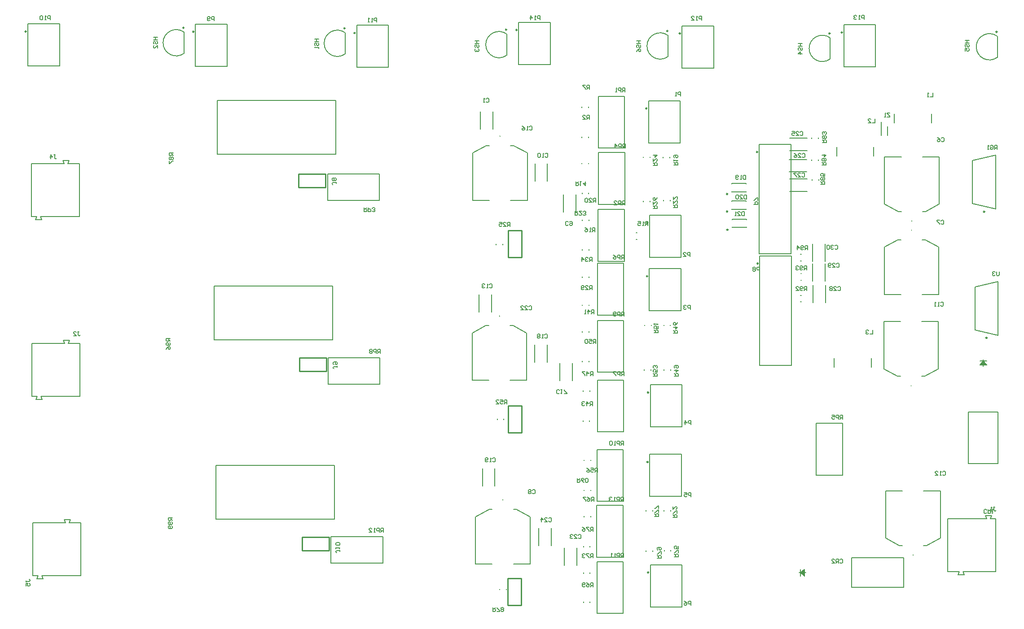
<source format=gbr>
%TF.GenerationSoftware,Altium Limited,Altium Designer,21.6.4 (81)*%
G04 Layer_Color=32896*
%FSLAX45Y45*%
%MOMM*%
%TF.SameCoordinates,8BE20582-AD64-4D08-A95C-E2DB20C1365E*%
%TF.FilePolarity,Positive*%
%TF.FileFunction,Legend,Bot*%
%TF.Part,Single*%
G01*
G75*
%TA.AperFunction,NonConductor*%
%ADD59C,0.25000*%
%ADD60C,0.20000*%
%ADD61C,0.25400*%
%ADD62C,0.15240*%
%ADD63C,0.12700*%
D59*
X19936620Y12735560D02*
G03*
X19936620Y12735560I-12500J0D01*
G01*
X19367281Y13371873D02*
G03*
X19367281Y13371873I-12500J0D01*
G01*
X19362199Y13717313D02*
G03*
X19362199Y13717313I-12500J0D01*
G01*
Y14047513D02*
G03*
X19362199Y14047513I-12500J0D01*
G01*
X17856841Y13505180D02*
G03*
X17856841Y13505180I-12500J0D01*
G01*
X17854300Y12494260D02*
G03*
X17854300Y12494260I-12500J0D01*
G01*
X17872079Y6901180D02*
G03*
X17872079Y6901180I-12500J0D01*
G01*
X17861920Y8986520D02*
G03*
X17861920Y8986520I-12500J0D01*
G01*
X17872079Y10299700D02*
G03*
X17872079Y10299700I-12500J0D01*
G01*
X19926938Y14841220D02*
G03*
X19926938Y14841220I-12500J0D01*
G01*
X9108620Y17186700D02*
G03*
X9108620Y17186700I-12500J0D01*
G01*
X17838580Y15664180D02*
G03*
X17838580Y15664180I-12500J0D01*
G01*
X6134740Y17117059D02*
G03*
X6134740Y17117059I-12500J0D01*
G01*
X9294020Y17111980D02*
G03*
X9294020Y17111980I-12500J0D01*
G01*
X12146460Y17176540D02*
G03*
X12146460Y17176540I-12500J0D01*
G01*
X12336940Y17089120D02*
G03*
X12336940Y17089120I-12500J0D01*
G01*
X15194460Y17151140D02*
G03*
X15194460Y17151140I-12500J0D01*
G01*
X15390021Y17145000D02*
G03*
X15390021Y17145000I-12500J0D01*
G01*
X18234840Y17125740D02*
G03*
X18234840Y17125740I-12500J0D01*
G01*
X21524600Y17099280D02*
G03*
X21524600Y17099280I-12500J0D01*
G01*
X24445140Y17110500D02*
G03*
X24445140Y17110500I-12500J0D01*
G01*
X18471040Y17078960D02*
G03*
X18471040Y17078960I-12500J0D01*
G01*
X21292999Y17080020D02*
G03*
X21292999Y17080020I-12500J0D01*
G01*
X24254260Y11331815D02*
G03*
X24254260Y11331815I-12500J0D01*
G01*
X24209201Y13714336D02*
G03*
X24209201Y13714336I-12500J0D01*
G01*
D60*
X22829520Y13366980D02*
G03*
X22829520Y13356979I0J-5000D01*
G01*
D02*
G03*
X22829520Y13366980I0J5000D01*
G01*
D02*
G03*
X22829520Y13356979I0J-5000D01*
G01*
X15057120Y11747120D02*
G03*
X15057120Y11737120I0J-5000D01*
G01*
D02*
G03*
X15057120Y11747120I0J5000D01*
G01*
D02*
G03*
X15057120Y11737120I0J-5000D01*
G01*
X15067281Y15144980D02*
G03*
X15067281Y15134979I0J-5000D01*
G01*
D02*
G03*
X15067281Y15144980I0J5000D01*
G01*
D02*
G03*
X15067281Y15134979I0J-5000D01*
G01*
X9111120Y17101698D02*
G03*
X9111120Y16705702I-150000J-197998D01*
G01*
X15120621Y8277480D02*
G03*
X15120621Y8267480I0J-5000D01*
G01*
D02*
G03*
X15120621Y8277480I0J5000D01*
G01*
D02*
G03*
X15120621Y8267480I0J-5000D01*
G01*
X12148960Y17091537D02*
G03*
X12148960Y16695541I-150000J-197998D01*
G01*
X15196960Y17066138D02*
G03*
X15196960Y16670142I-150000J-197998D01*
G01*
X18237340Y17040738D02*
G03*
X18237340Y16644742I-150000J-197998D01*
G01*
X24447639Y17025497D02*
G03*
X24447639Y16629501I-150000J-197998D01*
G01*
X21295500Y16995018D02*
G03*
X21295500Y16599022I-150000J-197998D01*
G01*
X22834599Y13531619D02*
G03*
X22834599Y13541620I0J5000D01*
G01*
D02*
G03*
X22834599Y13531619I0J-5000D01*
G01*
D02*
G03*
X22834599Y13541620I0J5000D01*
G01*
X22821899Y10422000D02*
G03*
X22821899Y10432000I0J5000D01*
G01*
D02*
G03*
X22821899Y10422000I0J-5000D01*
G01*
D02*
G03*
X22821899Y10432000I0J5000D01*
G01*
X22857460Y7222920D02*
G03*
X22857460Y7232920I0J5000D01*
G01*
D02*
G03*
X22857460Y7222920I0J-5000D01*
G01*
D02*
G03*
X22857460Y7232920I0J5000D01*
G01*
X19966620Y10813562D02*
X20561620D01*
Y12879558D01*
X19966620D02*
X20561620D01*
X19966620Y10813562D02*
Y12879558D01*
X21078459Y14308182D02*
Y14322699D01*
X20953461Y14308182D02*
Y14322699D01*
X20528072Y14331650D02*
X20858688D01*
X20528072Y14096030D02*
X20858688D01*
X19713406Y13414980D02*
Y13422733D01*
X19443405Y13414980D02*
X19713406D01*
X19443405D02*
Y13422733D01*
X19713406Y13562228D02*
Y13569980D01*
X19443405D02*
X19713406D01*
X19443405Y13562228D02*
Y13569980D01*
X19708327Y13760420D02*
Y13768172D01*
X19438326Y13760420D02*
X19708327D01*
X19438326D02*
Y13768172D01*
X19708327Y13907668D02*
Y13915421D01*
X19438326D02*
X19708327D01*
X19438326Y13907668D02*
Y13915421D01*
X19708327Y14090620D02*
Y14098372D01*
X19438326Y14090620D02*
X19708327D01*
X19438326D02*
Y14098372D01*
X19708327Y14237868D02*
Y14245621D01*
X19438326D02*
X19708327D01*
X19438326Y14237868D02*
Y14245621D01*
X17886836Y12853181D02*
X18481837D01*
Y13649178D01*
X17886836D02*
X18481837D01*
X17886836Y12853181D02*
Y13649178D01*
X17884297Y11842262D02*
X18479298D01*
Y12638258D01*
X17884297D02*
X18479298D01*
X17884297Y11842262D02*
Y12638258D01*
X17798781Y11561496D02*
Y11576014D01*
X17923779Y11561496D02*
Y11576014D01*
X18281918Y11561496D02*
Y11576014D01*
X18156921Y11561496D02*
Y11576014D01*
X17916159Y10716621D02*
Y10731139D01*
X17791161Y10716621D02*
Y10731139D01*
X17902077Y6249182D02*
X18497078D01*
Y7045178D01*
X17902077D02*
X18497078D01*
X17902077Y6249182D02*
Y7045178D01*
X17949179Y7300321D02*
Y7314840D01*
X17824181Y7300321D02*
Y7314840D01*
X17819101Y8059781D02*
Y8074299D01*
X17944099Y8059781D02*
Y8074299D01*
X17891917Y8334522D02*
X18486919D01*
Y9130518D01*
X17891917D02*
X18486919D01*
X17891917Y8334522D02*
Y9130518D01*
X17902077Y9647702D02*
X18497078D01*
Y10443698D01*
X17902077D02*
X18497078D01*
X17902077Y9647702D02*
Y10443698D01*
X18162001Y10717566D02*
Y10732084D01*
X18287000Y10717566D02*
Y10732084D01*
X6397782Y13622401D02*
X6422761Y13562392D01*
X6302761D02*
X6422761D01*
X6302761D02*
X6327739Y13622401D01*
X6822740Y14682410D02*
X6847718Y14622398D01*
X6917761D02*
X6942739Y14682410D01*
X6822740D02*
X6942739D01*
X6232738Y14622398D02*
X6847718D01*
X6917741D02*
X7132742D01*
Y13622401D02*
Y14622398D01*
X6232738Y13622401D02*
Y14622398D01*
Y13622401D02*
X6327739D01*
X6397742D02*
X7132742D01*
X22504918Y15388722D02*
Y15563718D01*
X23204922Y15388722D02*
Y15563718D01*
X20739461Y12546599D02*
X20753979D01*
X20739461Y12421601D02*
X20753979D01*
X20533151Y15103810D02*
X20863768D01*
X20533151Y14868190D02*
X20863768D01*
X20519273Y14699950D02*
X20849890D01*
X20519273Y14464330D02*
X20849890D01*
X20943301Y15093040D02*
Y15107559D01*
X21068298Y15093040D02*
Y15107559D01*
X21073380Y14684100D02*
Y14698619D01*
X20948381Y14684100D02*
Y14698619D01*
X22572020Y13181979D02*
X22629520D01*
X22314520Y13041982D02*
X22572020Y13181979D01*
X22314520Y12151980D02*
Y13041982D01*
Y12151980D02*
X22629520D01*
X23029520D02*
X23344521D01*
Y13041982D01*
X23087019Y13181979D02*
X23344521Y13041982D01*
X23029520Y13181979D02*
X23087019D01*
X19956937Y12919221D02*
Y14985217D01*
X20551938D01*
Y12919221D02*
Y14985217D01*
X19956937Y12919221D02*
X20551938D01*
X22253941Y15155000D02*
Y15410002D01*
X22378938Y15155000D02*
Y15324998D01*
X17635580Y13191222D02*
X17650099D01*
X17635580Y13316219D02*
X17650099D01*
X16737599Y14618060D02*
Y14632579D01*
X16612601Y14618060D02*
Y14632579D01*
X17390958Y6125159D02*
Y7103161D01*
X16894962Y6125159D02*
X17390958D01*
X16894962D02*
Y7103161D01*
X17390958D01*
X23512358Y7916799D02*
X24247359D01*
X24317361D02*
X24412363D01*
Y6916801D02*
Y7916799D01*
X23512358Y6916801D02*
Y7916799D01*
Y6916801D02*
X23727359D01*
X23797382D02*
X24412363D01*
X23702361Y6856791D02*
X23822360D01*
X23702361D02*
X23727339Y6916801D01*
X23797382D02*
X23822360Y6856791D01*
X24317361Y7916799D02*
X24342339Y7976809D01*
X24222339D02*
X24342339D01*
X24222339D02*
X24247318Y7916799D01*
X16518590Y7038132D02*
Y7368748D01*
X16282970Y7038132D02*
Y7368748D01*
X18289539Y7305401D02*
Y7319919D01*
X18164542Y7305401D02*
Y7319919D01*
X18162001Y8062321D02*
Y8076839D01*
X18287000Y8062321D02*
Y8076839D01*
X15063200Y6573881D02*
Y6588400D01*
X15188199Y6573881D02*
Y6588400D01*
X14971730Y8535370D02*
Y8865987D01*
X14736110Y8535370D02*
Y8865987D01*
X16765540Y7384141D02*
Y7398659D01*
X16640541Y7384141D02*
Y7398659D01*
X16650700Y7950561D02*
Y7965079D01*
X16775699Y7950561D02*
Y7965079D01*
X15795290Y7403892D02*
Y7734508D01*
X16030910Y7403892D02*
Y7734508D01*
X16640541Y6332581D02*
Y6347099D01*
X16765540Y6332581D02*
Y6347099D01*
Y6881220D02*
Y6895739D01*
X16640541Y6881220D02*
Y6895739D01*
X16650700Y8444266D02*
Y8458784D01*
X16775699Y8444266D02*
Y8458784D01*
X16655782Y9013226D02*
Y9027744D01*
X16780779Y9013226D02*
Y9027744D01*
X15257120Y11562121D02*
X15314619D01*
X15572121Y11422121D01*
Y10532120D02*
Y11422121D01*
X15257120Y10532120D02*
X15572121D01*
X14542120D02*
X14857120D01*
X14542120D02*
Y11422121D01*
X14799620Y11562121D01*
X14857120D01*
X16429691Y10523012D02*
Y10853628D01*
X16194070Y10523012D02*
Y10853628D01*
X15267281Y14959979D02*
X15324780D01*
X15582280Y14819981D01*
Y13929980D02*
Y14819981D01*
X15267281Y13929980D02*
X15582280D01*
X14552280D02*
X14867281D01*
X14552280D02*
Y14819981D01*
X14809779Y14959979D01*
X14867281D01*
X16498270Y13706993D02*
Y14037610D01*
X16262650Y13706993D02*
Y14037610D01*
X16620221Y11439576D02*
Y11454094D01*
X16745219Y11439576D02*
Y11454094D01*
X16742679Y10880776D02*
Y10895294D01*
X16617680Y10880776D02*
Y10895294D01*
X16760458Y10322921D02*
Y10337439D01*
X16635461Y10322921D02*
Y10337439D01*
X15014941Y9787926D02*
Y9802444D01*
X15139938Y9787926D02*
Y9802444D01*
X15719090Y10869630D02*
Y11200247D01*
X15954710Y10869630D02*
Y11200247D01*
X14910770Y11819590D02*
Y12150207D01*
X14675150Y11819590D02*
Y12150207D01*
X16737599Y15678836D02*
Y15693353D01*
X16612601Y15678836D02*
Y15693353D01*
X16632921Y9753961D02*
Y9768479D01*
X16757919Y9753961D02*
Y9768479D01*
X16905122Y10532161D02*
X17401118D01*
X16905122Y9554159D02*
Y10532161D01*
Y9554159D02*
X17401118D01*
Y10532161D01*
X16617680Y12474301D02*
Y12488819D01*
X16742679Y12474301D02*
Y12488819D01*
X16617680Y11942496D02*
Y11957014D01*
X16742679Y11942496D02*
Y11957014D01*
X16905122Y12736881D02*
X17401118D01*
X16905122Y11758879D02*
Y12736881D01*
Y11758879D02*
X17401118D01*
Y12736881D01*
X16904121Y10681919D02*
X17400117D01*
Y11659921D01*
X16904121D02*
X17400117D01*
X16904121Y10681919D02*
Y11659921D01*
X16894957Y9221521D02*
X17390958D01*
X16894957Y8243519D02*
Y9221521D01*
Y8243519D02*
X17390958D01*
Y9221521D01*
X16889381Y7186879D02*
X17385378D01*
Y8164880D01*
X16889381D02*
X17385378D01*
X16889381Y7186879D02*
Y8164880D01*
X20961650Y12400071D02*
Y12730688D01*
X21197270Y12400071D02*
Y12730688D01*
X20961650Y12773452D02*
Y13104068D01*
X21197270Y12773452D02*
Y13104068D01*
X20734381Y12787361D02*
X20748898D01*
X20734381Y12912360D02*
X20748898D01*
X20736920Y12010121D02*
X20751439D01*
X20736920Y12135119D02*
X20751439D01*
X20971809Y11993671D02*
Y12324288D01*
X21207430Y11993671D02*
Y12324288D01*
X14698010Y15272812D02*
Y15603429D01*
X14933630Y15272812D02*
Y15603429D01*
X16735059Y15110822D02*
Y15125339D01*
X16610062Y15110822D02*
Y15125339D01*
X16742679Y13543642D02*
Y13558159D01*
X16617680Y13543642D02*
Y13558159D01*
X16742679Y12988976D02*
Y13003494D01*
X16617680Y12988976D02*
Y13003494D01*
X17898380Y13901781D02*
Y13916299D01*
X17773381Y13901781D02*
Y13916299D01*
X18279379Y13917021D02*
Y13931538D01*
X18154381Y13917021D02*
Y13931538D01*
X17898380Y14736496D02*
Y14751015D01*
X17773381Y14736496D02*
Y14751015D01*
X18146761Y14732361D02*
Y14746880D01*
X18271759Y14732361D02*
Y14746880D01*
X16740138Y14051640D02*
Y14066159D01*
X16615141Y14051640D02*
Y14066159D01*
X15726711Y14287292D02*
Y14617908D01*
X15962331Y14287292D02*
Y14617908D01*
X14997160Y13088982D02*
Y13103499D01*
X15122159Y13088982D02*
Y13103499D01*
X16926982Y13854379D02*
X17422978D01*
Y14832381D01*
X16926982D02*
X17422978D01*
X16926982Y13854379D02*
Y14832381D01*
X9111122Y16705702D02*
Y17101698D01*
X16920361Y15894101D02*
X17416357D01*
X16920361Y14916100D02*
Y15894101D01*
Y14916100D02*
X17416357D01*
Y15894101D01*
X16917319Y13755421D02*
X17413321D01*
X16917319Y12777419D02*
Y13755421D01*
Y12777419D02*
X17413321D01*
Y13755421D01*
X17868581Y15012183D02*
Y15808179D01*
X18463580D01*
Y15012183D02*
Y15808179D01*
X17868581Y15012183D02*
X18463580D01*
X14863120Y8092481D02*
X14920621D01*
X14605620Y7952481D02*
X14863120Y8092481D01*
X14605620Y7062480D02*
Y7952481D01*
Y7062480D02*
X14920621D01*
X15320621D02*
X15635620D01*
Y7952481D01*
X15378120Y8092481D02*
X15635620Y7952481D01*
X15320621Y8092481D02*
X15378120D01*
X6164737Y16465062D02*
Y17261058D01*
X6759738D01*
Y16465062D02*
Y17261058D01*
X6164737Y16465062D02*
X6759738D01*
X9324020Y16459982D02*
Y17255978D01*
X9919020D01*
Y16459982D02*
Y17255978D01*
X9324020Y16459982D02*
X9919020D01*
X12148962Y16695541D02*
Y17091537D01*
X12366940Y16437122D02*
Y17233118D01*
X12961940D01*
Y16437122D02*
Y17233118D01*
X12366940Y16437122D02*
X12961940D01*
X15196962Y16670142D02*
Y17066138D01*
X15420020Y16493002D02*
Y17288998D01*
X16015021D01*
Y16493002D02*
Y17288998D01*
X15420020Y16493002D02*
X16015021D01*
X18237341Y16644742D02*
Y17040738D01*
X21554597Y16447282D02*
Y17243279D01*
X22149599D01*
Y16447282D02*
Y17243279D01*
X21554597Y16447282D02*
X22149599D01*
X24447643Y16629501D02*
Y17025497D01*
X18501041Y16426962D02*
Y17222958D01*
X19096040D01*
Y16426962D02*
Y17222958D01*
X18501041Y16426962D02*
X19096040D01*
X21295502Y16599022D02*
Y16995018D01*
X22577100Y13716620D02*
X22634599D01*
X22319600Y13856619D02*
X22577100Y13716620D01*
X22319600Y13856619D02*
Y14746620D01*
X22634599D01*
X23034599D02*
X23349600D01*
Y13856619D02*
Y14746620D01*
X23092101Y13716620D02*
X23349600Y13856619D01*
X23034599Y13716620D02*
X23092101D01*
X22564400Y10606999D02*
X22621899D01*
X22306900Y10746999D02*
X22564400Y10606999D01*
X22306900Y10746999D02*
Y11637000D01*
X22621899D01*
X23021899D02*
X23336900D01*
Y10746999D02*
Y11637000D01*
X23079401Y10606999D02*
X23336900Y10746999D01*
X23021899Y10606999D02*
X23079401D01*
X24024260Y11483401D02*
X24459261Y11381816D01*
Y11386815D02*
Y12392665D01*
X24024260Y12296079D02*
X24459261Y12397664D01*
X24024260Y11483401D02*
Y12296079D01*
X22599960Y7407920D02*
X22657460D01*
X22342461Y7547920D02*
X22599960Y7407920D01*
X22342461Y7547920D02*
Y8437921D01*
X22657460D01*
X23057460D02*
X23372459D01*
Y7547920D02*
Y8437921D01*
X23114960Y7407920D02*
X23372459Y7547920D01*
X23057460Y7407920D02*
X23114960D01*
X21029082Y8736279D02*
Y9714281D01*
X21525082D01*
Y8736279D02*
Y9714281D01*
X21029082Y8736279D02*
X21525082D01*
X22069542Y10773542D02*
Y10948538D01*
X21369537Y10773542D02*
Y10948538D01*
X11880799Y7079402D02*
X12858801D01*
X11880799D02*
Y7575403D01*
X12858801D01*
Y7079402D02*
Y7575403D01*
X12802921Y10458099D02*
Y10954101D01*
X11824919D02*
X12802921D01*
X11824919Y10458099D02*
Y10954101D01*
Y10458099D02*
X12802921D01*
X23979201Y13865921D02*
Y14678600D01*
X24414201Y14780183D01*
Y13769334D02*
Y14775185D01*
X23979201Y13865921D02*
X24414201Y13764336D01*
X22115262Y14762801D02*
Y14937796D01*
X21415257Y14762801D02*
Y14937796D01*
X6406159Y10224938D02*
X7141159D01*
X6241161D02*
X6336157D01*
X6241161D02*
Y11224936D01*
X7141159Y10224938D02*
Y11224936D01*
X6926158D02*
X7141159D01*
X6241161D02*
X6856141D01*
X6831157Y11284946D02*
X6951157D01*
X6926179Y11224936D02*
X6951157Y11284946D01*
X6831157D02*
X6856141Y11224936D01*
X6311179Y10164928D02*
X6336157Y10224938D01*
X6311179Y10164928D02*
X6431178D01*
X6406200Y10224938D02*
X6431178Y10164928D01*
X6423142Y6838061D02*
X7158142D01*
X6258138D02*
X6353139D01*
X6258138D02*
Y7838059D01*
X7158142Y6838061D02*
Y7838059D01*
X6943141D02*
X7158142D01*
X6258138D02*
X6873118D01*
X6848140Y7898069D02*
X6968139D01*
X6943161Y7838059D02*
X6968139Y7898069D01*
X6848140D02*
X6873118Y7838059D01*
X6328161Y6778051D02*
X6353139Y6838061D01*
X6328161Y6778051D02*
X6448161D01*
X6423182Y6838061D02*
X6448161Y6778051D01*
X11814759Y13927242D02*
X12792761D01*
X11814759D02*
Y14423244D01*
X12792761D01*
Y13927242D02*
Y14423244D01*
D61*
X15466060Y6281420D02*
Y6789420D01*
X15212061Y6281420D02*
X15466060D01*
X15212061D02*
Y6789420D01*
X15466060D01*
X15473680Y9538782D02*
Y10046782D01*
X15219679Y9538782D02*
X15473680D01*
X15219679D02*
Y10046782D01*
X15473680D01*
X15219679Y13356403D02*
X15473680D01*
X15219679Y12848402D02*
Y13356403D01*
Y12848402D02*
X15473680D01*
Y13356403D01*
X11691620Y7571740D02*
X11844020D01*
X11336020D02*
X11488420D01*
X11336020Y7317740D02*
X11844020D01*
Y7571740D01*
X11488420D02*
X11691620D01*
X11336020Y7317740D02*
Y7571740D01*
X11639738Y10952480D02*
X11792138D01*
X11284138D02*
X11436538D01*
X11284138Y10698480D02*
X11792138D01*
Y10952480D01*
X11436538D02*
X11639738D01*
X11284138Y10698480D02*
Y10952480D01*
X11620500Y14427200D02*
X11772900D01*
X11264900D02*
X11417300D01*
X11264900Y14173199D02*
X11772900D01*
Y14427200D01*
X11417300D02*
X11620500D01*
X11264900Y14173199D02*
Y14427200D01*
D62*
X11968480Y14795500D02*
Y15811501D01*
X9733280D02*
X11968480D01*
X9733280Y14795500D02*
Y15811501D01*
Y14795500D02*
X11968480D01*
X9674860Y11290300D02*
X11910060D01*
X9674860D02*
Y12306300D01*
X11910060D01*
Y11290300D02*
Y12306300D01*
X24180800Y10792460D02*
Y10919460D01*
X24117300Y10894060D02*
X24244299D01*
X24117300Y10817860D02*
X24180800Y10894060D01*
X24130000Y10817860D02*
X24180800Y10894060D01*
X24142700Y10817860D02*
X24180800Y10894060D01*
X24155400Y10817860D02*
X24180800Y10894060D01*
X24168100Y10817860D02*
X24180800Y10894060D01*
X24244299Y10817860D01*
X24180800Y10894060D02*
X24231599Y10817860D01*
X24180800Y10894060D02*
X24218900Y10817860D01*
X24180800Y10894060D02*
X24206200Y10817860D01*
X24180800Y10894060D02*
X24193500Y10817860D01*
X24117300D02*
X24244299D01*
X24458929Y8953500D02*
Y9928860D01*
X23902670Y8953500D02*
X24458929D01*
X23902670D02*
Y9928860D01*
X24458929D01*
X20711160Y6898640D02*
X20838161D01*
X20736560Y6835140D02*
Y6962140D01*
Y6898640D02*
X20812759Y6835140D01*
X20736560Y6898640D02*
X20812759Y6847840D01*
X20736560Y6898640D02*
X20812759Y6860540D01*
X20736560Y6898640D02*
X20812759Y6873240D01*
X20736560Y6898640D02*
X20812759Y6885940D01*
X20736560Y6898640D02*
X20812759Y6962140D01*
X20736560Y6898640D02*
X20812759Y6949440D01*
X20736560Y6898640D02*
X20812759Y6936740D01*
X20736560Y6898640D02*
X20812759Y6924040D01*
X20736560Y6898640D02*
X20812759Y6911340D01*
Y6835140D02*
Y6962140D01*
X21701759Y7176770D02*
X22677119D01*
Y6620510D02*
Y7176770D01*
X21701759Y6620510D02*
X22677119D01*
X21701759D02*
Y7176770D01*
X9712960Y7909560D02*
X11948160D01*
X9712960D02*
Y8925560D01*
X11948160D01*
Y7909560D02*
Y8925560D01*
D63*
X21117572Y14234193D02*
X21193748D01*
Y14272281D01*
X21181052Y14284978D01*
X21155659D01*
X21142964Y14272281D01*
Y14234193D01*
Y14259586D02*
X21117572Y14284978D01*
X21181052Y14310368D02*
X21193748Y14323064D01*
Y14348456D01*
X21181052Y14361153D01*
X21168356D01*
X21155659Y14348456D01*
X21142964Y14361153D01*
X21130267D01*
X21117572Y14348456D01*
Y14323064D01*
X21130267Y14310368D01*
X21142964D01*
X21155659Y14323064D01*
X21168356Y14310368D01*
X21181052D01*
X21155659Y14323064D02*
Y14348456D01*
X21193748Y14437328D02*
Y14386543D01*
X21155659D01*
X21168356Y14411935D01*
Y14424632D01*
X21155659Y14437328D01*
X21130267D01*
X21117572Y14424632D01*
Y14399240D01*
X21130267Y14386543D01*
X8846832Y11315733D02*
X8770657D01*
Y11277645D01*
X8783353Y11264949D01*
X8808744D01*
X8821440Y11277645D01*
Y11315733D01*
Y11290341D02*
X8846832Y11264949D01*
X8834136Y11239557D02*
X8846832Y11226861D01*
Y11201470D01*
X8834136Y11188774D01*
X8783353D01*
X8770657Y11201470D01*
Y11226861D01*
X8783353Y11239557D01*
X8796049D01*
X8808744Y11226861D01*
Y11188774D01*
X8770657Y11112599D02*
X8783353Y11137990D01*
X8808744Y11163382D01*
X8834136D01*
X8846832Y11150686D01*
Y11125294D01*
X8834136Y11112599D01*
X8821440D01*
X8808744Y11125294D01*
Y11163382D01*
X22420580Y15577795D02*
X22369797D01*
Y15565099D01*
X22420580Y15514316D01*
Y15501620D01*
X22369797D01*
X22344405D02*
X22319012D01*
X22331709D01*
Y15577795D01*
X22344405Y15565099D01*
X16756401Y16026442D02*
Y16102618D01*
X16718314D01*
X16705617Y16089922D01*
Y16064529D01*
X16718314Y16051834D01*
X16756401D01*
X16731009D02*
X16705617Y16026442D01*
X16680225Y16102618D02*
X16629442D01*
Y16089922D01*
X16680225Y16039137D01*
Y16026442D01*
X24371317Y8138135D02*
X24396709D01*
X24384012D01*
Y8074656D01*
X24396709Y8061960D01*
X24409404D01*
X24422099Y8074656D01*
X24345924Y8061960D02*
X24320534D01*
X24333229D01*
Y8138135D01*
X24345924Y8125439D01*
X15623557Y15316179D02*
X15636252Y15328876D01*
X15661644D01*
X15674339Y15316179D01*
Y15265396D01*
X15661644Y15252699D01*
X15636252D01*
X15623557Y15265396D01*
X15598164Y15252699D02*
X15572774D01*
X15585469D01*
Y15328876D01*
X15598164Y15316179D01*
X15483902Y15328876D02*
X15509293Y15316179D01*
X15534685Y15290788D01*
Y15265396D01*
X15521989Y15252699D01*
X15496597D01*
X15483902Y15265396D01*
Y15278091D01*
X15496597Y15290788D01*
X15534685D01*
X21478223Y7137392D02*
X21490919Y7150088D01*
X21516312D01*
X21529007Y7137392D01*
Y7086608D01*
X21516312Y7073912D01*
X21490919D01*
X21478223Y7086608D01*
X21452832Y7073912D02*
Y7150088D01*
X21414745D01*
X21402048Y7137392D01*
Y7112000D01*
X21414745Y7099304D01*
X21452832D01*
X21427440D02*
X21402048Y7073912D01*
X21325873D02*
X21376656D01*
X21325873Y7124696D01*
Y7137392D01*
X21338568Y7150088D01*
X21363960D01*
X21376656Y7137392D01*
X19720528Y14030948D02*
Y13954771D01*
X19682439D01*
X19669743Y13967468D01*
Y14018253D01*
X19682439Y14030948D01*
X19720528D01*
X19593568Y13954771D02*
X19644353D01*
X19593568Y14005556D01*
Y14018253D01*
X19606264Y14030948D01*
X19631656D01*
X19644353Y14018253D01*
X19568176D02*
X19555479Y14030948D01*
X19530087D01*
X19517393Y14018253D01*
Y13967468D01*
X19530087Y13954771D01*
X19555479D01*
X19568176Y13967468D01*
Y14018253D01*
X19704019Y14404327D02*
Y14328152D01*
X19665932D01*
X19653236Y14340848D01*
Y14391632D01*
X19665932Y14404327D01*
X19704019D01*
X19627844Y14328152D02*
X19602452D01*
X19615147D01*
Y14404327D01*
X19627844Y14391632D01*
X19564365Y14340848D02*
X19551668Y14328152D01*
X19526276D01*
X19513580Y14340848D01*
Y14391632D01*
X19526276Y14404327D01*
X19551668D01*
X19564365Y14391632D01*
Y14378935D01*
X19551668Y14366240D01*
X19513580D01*
X17399001Y9304020D02*
Y9380195D01*
X17360912D01*
X17348216Y9367499D01*
Y9342108D01*
X17360912Y9329412D01*
X17399001D01*
X17373608D02*
X17348216Y9304020D01*
X17322826D02*
Y9380195D01*
X17284737D01*
X17272041Y9367499D01*
Y9342108D01*
X17284737Y9329412D01*
X17322826D01*
X17246649Y9304020D02*
X17221257D01*
X17233952D01*
Y9380195D01*
X17246649Y9367499D01*
X17183170D02*
X17170474Y9380195D01*
X17145082D01*
X17132385Y9367499D01*
Y9316716D01*
X17145082Y9304020D01*
X17170474D01*
X17183170Y9316716D01*
Y9367499D01*
X17406619Y11742420D02*
Y11818595D01*
X17368532D01*
X17355836Y11805899D01*
Y11780508D01*
X17368532Y11767812D01*
X17406619D01*
X17381229D02*
X17355836Y11742420D01*
X17330444D02*
Y11818595D01*
X17292357D01*
X17279662Y11805899D01*
Y11780508D01*
X17292357Y11767812D01*
X17330444D01*
X17254269Y11755116D02*
X17241573Y11742420D01*
X17216180D01*
X17203487Y11755116D01*
Y11805899D01*
X17216180Y11818595D01*
X17241573D01*
X17254269Y11805899D01*
Y11793203D01*
X17241573Y11780508D01*
X17203487D01*
X17409160Y10614660D02*
Y10690835D01*
X17371072D01*
X17358377Y10678139D01*
Y10652748D01*
X17371072Y10640052D01*
X17409160D01*
X17383768D02*
X17358377Y10614660D01*
X17332985D02*
Y10690835D01*
X17294897D01*
X17282201Y10678139D01*
Y10652748D01*
X17294897Y10640052D01*
X17332985D01*
X17256808Y10690835D02*
X17206026D01*
Y10678139D01*
X17256808Y10627356D01*
Y10614660D01*
X17409160Y12819380D02*
Y12895555D01*
X17371072D01*
X17358377Y12882858D01*
Y12857468D01*
X17371072Y12844772D01*
X17409160D01*
X17383768D02*
X17358377Y12819380D01*
X17332985D02*
Y12895555D01*
X17294897D01*
X17282201Y12882858D01*
Y12857468D01*
X17294897Y12844772D01*
X17332985D01*
X17206026Y12895555D02*
X17231416Y12882858D01*
X17256808Y12857468D01*
Y12832076D01*
X17244113Y12819380D01*
X17218721D01*
X17206026Y12832076D01*
Y12844772D01*
X17218721Y12857468D01*
X17256808D01*
X17429480Y14914880D02*
Y14991055D01*
X17391393D01*
X17378697Y14978358D01*
Y14952968D01*
X17391393Y14940273D01*
X17429480D01*
X17404088D02*
X17378697Y14914880D01*
X17353305D02*
Y14991055D01*
X17315218D01*
X17302521Y14978358D01*
Y14952968D01*
X17315218Y14940273D01*
X17353305D01*
X17239041Y14914880D02*
Y14991055D01*
X17277129Y14952968D01*
X17226346D01*
X17421860Y13837920D02*
Y13914095D01*
X17383772D01*
X17371077Y13901399D01*
Y13876009D01*
X17383772Y13863312D01*
X17421860D01*
X17396468D02*
X17371077Y13837920D01*
X17345685D02*
Y13914095D01*
X17307597D01*
X17294901Y13901399D01*
Y13876009D01*
X17307597Y13863312D01*
X17345685D01*
X17218726Y13837920D02*
X17269508D01*
X17218726Y13888702D01*
Y13901399D01*
X17231421Y13914095D01*
X17256813D01*
X17269508Y13901399D01*
X17424400Y15976601D02*
Y16052776D01*
X17386311D01*
X17373618Y16040079D01*
Y16014688D01*
X17386311Y16001991D01*
X17424400D01*
X17399008D02*
X17373618Y15976601D01*
X17348225D02*
Y16052776D01*
X17310136D01*
X17297441Y16040079D01*
Y16014688D01*
X17310136Y16001991D01*
X17348225D01*
X17272049Y15976601D02*
X17246657D01*
X17259354D01*
Y16052776D01*
X17272049Y16040079D01*
X18028932Y7170453D02*
X18105109D01*
Y7208541D01*
X18092412Y7221237D01*
X18067020D01*
X18054324Y7208541D01*
Y7170453D01*
Y7195845D02*
X18028932Y7221237D01*
X18105109Y7246628D02*
Y7297412D01*
X18092412D01*
X18041628Y7246628D01*
X18028932D01*
X18041628Y7322804D02*
X18028932Y7335500D01*
Y7360892D01*
X18041628Y7373587D01*
X18092412D01*
X18105109Y7360892D01*
Y7335500D01*
X18092412Y7322804D01*
X18079716D01*
X18067020Y7335500D01*
Y7373587D01*
X16824960Y7680960D02*
Y7757135D01*
X16786871D01*
X16774178Y7744439D01*
Y7719048D01*
X16786871Y7706352D01*
X16824960D01*
X16799568D02*
X16774178Y7680960D01*
X16748785Y7757135D02*
X16698001D01*
Y7744439D01*
X16748785Y7693656D01*
Y7680960D01*
X16621826Y7757135D02*
X16647217Y7744439D01*
X16672609Y7719048D01*
Y7693656D01*
X16659914Y7680960D01*
X16634521D01*
X16621826Y7693656D01*
Y7706352D01*
X16634521Y7719048D01*
X16672609D01*
X18354053Y7195853D02*
X18430228D01*
Y7233941D01*
X18417532Y7246637D01*
X18392140D01*
X18379443Y7233941D01*
Y7195853D01*
Y7221245D02*
X18354053Y7246637D01*
X18430228Y7272028D02*
Y7322812D01*
X18417532D01*
X18366748Y7272028D01*
X18354053D01*
X18430228Y7398987D02*
Y7348204D01*
X18392140D01*
X18404836Y7373596D01*
Y7386292D01*
X18392140Y7398987D01*
X18366748D01*
X18354053Y7386292D01*
Y7360900D01*
X18366748Y7348204D01*
X16824960Y7178040D02*
Y7254215D01*
X16786871D01*
X16774178Y7241519D01*
Y7216128D01*
X16786871Y7203432D01*
X16824960D01*
X16799568D02*
X16774178Y7178040D01*
X16748785Y7254215D02*
X16698001D01*
Y7241519D01*
X16748785Y7190736D01*
Y7178040D01*
X16672609Y7241519D02*
X16659914Y7254215D01*
X16634521D01*
X16621826Y7241519D01*
Y7228823D01*
X16634521Y7216128D01*
X16647217D01*
X16634521D01*
X16621826Y7203432D01*
Y7190736D01*
X16634521Y7178040D01*
X16659914D01*
X16672609Y7190736D01*
X18326112Y7942613D02*
X18402287D01*
Y7980701D01*
X18389592Y7993397D01*
X18364200D01*
X18351505Y7980701D01*
Y7942613D01*
Y7968005D02*
X18326112Y7993397D01*
X18402287Y8018788D02*
Y8069572D01*
X18389592D01*
X18338808Y8018788D01*
X18326112D01*
Y8145747D02*
Y8094964D01*
X18376897Y8145747D01*
X18389592D01*
X18402287Y8133052D01*
Y8107660D01*
X18389592Y8094964D01*
X16824960Y6629400D02*
Y6705575D01*
X16786871D01*
X16774178Y6692879D01*
Y6667488D01*
X16786871Y6654792D01*
X16824960D01*
X16799568D02*
X16774178Y6629400D01*
X16698001Y6705575D02*
X16723393Y6692879D01*
X16748785Y6667488D01*
Y6642096D01*
X16736089Y6629400D01*
X16710696D01*
X16698001Y6642096D01*
Y6654792D01*
X16710696Y6667488D01*
X16748785D01*
X16672609Y6642096D02*
X16659914Y6629400D01*
X16634521D01*
X16621826Y6642096D01*
Y6692879D01*
X16634521Y6705575D01*
X16659914D01*
X16672609Y6692879D01*
Y6680183D01*
X16659914Y6667488D01*
X16621826D01*
X16835120Y8247380D02*
Y8323555D01*
X16797032D01*
X16784337Y8310859D01*
Y8285468D01*
X16797032Y8272772D01*
X16835120D01*
X16809727D02*
X16784337Y8247380D01*
X16708160Y8323555D02*
X16733553Y8310859D01*
X16758945Y8285468D01*
Y8260076D01*
X16746249Y8247380D01*
X16720857D01*
X16708160Y8260076D01*
Y8272772D01*
X16720857Y8285468D01*
X16758945D01*
X16682768Y8323555D02*
X16631985D01*
Y8310859D01*
X16682768Y8260076D01*
Y8247380D01*
X16875793Y13891248D02*
Y13967422D01*
X16837704D01*
X16825009Y13954727D01*
Y13929337D01*
X16837704Y13916640D01*
X16875793D01*
X16850401D02*
X16825009Y13891248D01*
X16748834D02*
X16799617D01*
X16748834Y13942030D01*
Y13954727D01*
X16761530Y13967422D01*
X16786922D01*
X16799617Y13954727D01*
X16723442D02*
X16710745Y13967422D01*
X16685355D01*
X16672659Y13954727D01*
Y13903944D01*
X16685355Y13891248D01*
X16710745D01*
X16723442Y13903944D01*
Y13954727D01*
X17856200Y13451840D02*
Y13528015D01*
X17818112D01*
X17805417Y13515318D01*
Y13489928D01*
X17818112Y13477232D01*
X17856200D01*
X17830807D02*
X17805417Y13451840D01*
X17780025D02*
X17754633D01*
X17767329D01*
Y13528015D01*
X17780025Y13515318D01*
X17665762Y13528015D02*
X17716545D01*
Y13489928D01*
X17691153Y13502623D01*
X17678458D01*
X17665762Y13489928D01*
Y13464536D01*
X17678458Y13451840D01*
X17703848D01*
X17716545Y13464536D01*
X18663899Y6281432D02*
Y6357608D01*
X18625812D01*
X18613116Y6344912D01*
Y6319520D01*
X18625812Y6306824D01*
X18663899D01*
X18536942Y6357608D02*
X18562332Y6344912D01*
X18587724Y6319520D01*
Y6294128D01*
X18575027Y6281432D01*
X18549635D01*
X18536942Y6294128D01*
Y6306824D01*
X18549635Y6319520D01*
X18587724D01*
X19677351Y13710909D02*
Y13634732D01*
X19639262D01*
X19626569Y13647427D01*
Y13698212D01*
X19639262Y13710909D01*
X19677351D01*
X19550392Y13634732D02*
X19601176D01*
X19550392Y13685516D01*
Y13698212D01*
X19563087Y13710909D01*
X19588480D01*
X19601176Y13698212D01*
X19525002Y13634732D02*
X19499609D01*
X19512305D01*
Y13710909D01*
X19525002Y13698212D01*
X17393919Y8247380D02*
Y8323555D01*
X17355832D01*
X17343137Y8310859D01*
Y8285468D01*
X17355832Y8272772D01*
X17393919D01*
X17368529D02*
X17343137Y8247380D01*
X17317744D02*
Y8323555D01*
X17279657D01*
X17266962Y8310859D01*
Y8285468D01*
X17279657Y8272772D01*
X17317744D01*
X17241570Y8247380D02*
X17216177D01*
X17228873D01*
Y8323555D01*
X17241570Y8310859D01*
X17178090D02*
X17165395Y8323555D01*
X17140002D01*
X17127306Y8310859D01*
Y8298163D01*
X17140002Y8285468D01*
X17152698D01*
X17140002D01*
X17127306Y8272772D01*
Y8260076D01*
X17140002Y8247380D01*
X17165395D01*
X17178090Y8260076D01*
X17399001Y7185660D02*
Y7261835D01*
X17360912D01*
X17348216Y7249139D01*
Y7223748D01*
X17360912Y7211052D01*
X17399001D01*
X17373608D02*
X17348216Y7185660D01*
X17322826D02*
Y7261835D01*
X17284737D01*
X17272041Y7249139D01*
Y7223748D01*
X17284737Y7211052D01*
X17322826D01*
X17246649Y7185660D02*
X17221257D01*
X17233952D01*
Y7261835D01*
X17246649Y7249139D01*
X17183170Y7185660D02*
X17157777D01*
X17170474D01*
Y7261835D01*
X17183170Y7249139D01*
X20866068Y12994652D02*
Y13070828D01*
X20827979D01*
X20815283Y13058131D01*
Y13032739D01*
X20827979Y13020044D01*
X20866068D01*
X20840675D02*
X20815283Y12994652D01*
X20789893Y13007349D02*
X20777196Y12994652D01*
X20751804D01*
X20739108Y13007349D01*
Y13058131D01*
X20751804Y13070828D01*
X20777196D01*
X20789893Y13058131D01*
Y13045436D01*
X20777196Y13032739D01*
X20739108D01*
X20675629Y12994652D02*
Y13070828D01*
X20713716Y13032739D01*
X20662933D01*
X20848286Y12611112D02*
Y12687288D01*
X20810199D01*
X20797504Y12674592D01*
Y12649200D01*
X20810199Y12636504D01*
X20848286D01*
X20822894D02*
X20797504Y12611112D01*
X20772112Y12623808D02*
X20759416Y12611112D01*
X20734024D01*
X20721329Y12623808D01*
Y12674592D01*
X20734024Y12687288D01*
X20759416D01*
X20772112Y12674592D01*
Y12661896D01*
X20759416Y12649200D01*
X20721329D01*
X20695937Y12674592D02*
X20683240Y12687288D01*
X20657848D01*
X20645152Y12674592D01*
Y12661896D01*
X20657848Y12649200D01*
X20670544D01*
X20657848D01*
X20645152Y12636504D01*
Y12623808D01*
X20657848Y12611112D01*
X20683240D01*
X20695937Y12623808D01*
X20853368Y12222492D02*
Y12298668D01*
X20815279D01*
X20802583Y12285972D01*
Y12260580D01*
X20815279Y12247884D01*
X20853368D01*
X20827975D02*
X20802583Y12222492D01*
X20777193Y12235188D02*
X20764496Y12222492D01*
X20739104D01*
X20726408Y12235188D01*
Y12285972D01*
X20739104Y12298668D01*
X20764496D01*
X20777193Y12285972D01*
Y12273276D01*
X20764496Y12260580D01*
X20726408D01*
X20650233Y12222492D02*
X20701016D01*
X20650233Y12273276D01*
Y12285972D01*
X20662927Y12298668D01*
X20688319D01*
X20701016Y12285972D01*
X21140433Y14592332D02*
X21216608D01*
Y14630421D01*
X21203912Y14643117D01*
X21178520D01*
X21165823Y14630421D01*
Y14592332D01*
Y14617725D02*
X21140433Y14643117D01*
X21203912Y14668507D02*
X21216608Y14681204D01*
Y14706596D01*
X21203912Y14719292D01*
X21191216D01*
X21178520Y14706596D01*
X21165823Y14719292D01*
X21153128D01*
X21140433Y14706596D01*
Y14681204D01*
X21153128Y14668507D01*
X21165823D01*
X21178520Y14681204D01*
X21191216Y14668507D01*
X21203912D01*
X21178520Y14681204D02*
Y14706596D01*
X21140433Y14782771D02*
X21216608D01*
X21178520Y14744684D01*
Y14795467D01*
X21145512Y15021593D02*
X21221687D01*
Y15059682D01*
X21208992Y15072377D01*
X21183600D01*
X21170905Y15059682D01*
Y15021593D01*
Y15046985D02*
X21145512Y15072377D01*
X21208992Y15097768D02*
X21221687Y15110464D01*
Y15135857D01*
X21208992Y15148552D01*
X21196297D01*
X21183600Y15135857D01*
X21170905Y15148552D01*
X21158208D01*
X21145512Y15135857D01*
Y15110464D01*
X21158208Y15097768D01*
X21170905D01*
X21183600Y15110464D01*
X21196297Y15097768D01*
X21208992D01*
X21183600Y15110464D02*
Y15135857D01*
X21208992Y15173944D02*
X21221687Y15186639D01*
Y15212032D01*
X21208992Y15224727D01*
X21196297D01*
X21183600Y15212032D01*
Y15199336D01*
Y15212032D01*
X21170905Y15224727D01*
X21158208D01*
X21145512Y15212032D01*
Y15186639D01*
X21158208Y15173944D01*
X14930087Y6240792D02*
Y6164617D01*
X14968175D01*
X14980872Y6177313D01*
Y6202704D01*
X14968175Y6215400D01*
X14930087D01*
X14955479D02*
X14980872Y6240792D01*
X15006264Y6164617D02*
X15057047D01*
Y6177313D01*
X15006264Y6228096D01*
Y6240792D01*
X15082439Y6177313D02*
X15095134Y6164617D01*
X15120526D01*
X15133221Y6177313D01*
Y6190009D01*
X15120526Y6202704D01*
X15133221Y6215400D01*
Y6228096D01*
X15120526Y6240792D01*
X15095134D01*
X15082439Y6228096D01*
Y6215400D01*
X15095134Y6202704D01*
X15082439Y6190009D01*
Y6177313D01*
X15095134Y6202704D02*
X15120526D01*
X17985751Y7960393D02*
X18061928D01*
Y7998481D01*
X18049232Y8011177D01*
X18023840D01*
X18011143Y7998481D01*
Y7960393D01*
Y7985785D02*
X17985751Y8011177D01*
X18061928Y8036568D02*
Y8087352D01*
X18049232D01*
X17998448Y8036568D01*
X17985751D01*
X18061928Y8112744D02*
Y8163527D01*
X18049232D01*
X17998448Y8112744D01*
X17985751D01*
X16522667Y8681082D02*
Y8604907D01*
X16560754D01*
X16573451Y8617603D01*
Y8642994D01*
X16560754Y8655690D01*
X16522667D01*
X16548059D02*
X16573451Y8681082D01*
X16649626Y8604907D02*
X16624234Y8617603D01*
X16598843Y8642994D01*
Y8668386D01*
X16611539Y8681082D01*
X16636929D01*
X16649626Y8668386D01*
Y8655690D01*
X16636929Y8642994D01*
X16598843D01*
X16675018Y8617603D02*
X16687714Y8604907D01*
X16713106D01*
X16725801Y8617603D01*
Y8668386D01*
X16713106Y8681082D01*
X16687714D01*
X16675018Y8668386D01*
Y8617603D01*
X16908813Y8791873D02*
Y8868048D01*
X16870724D01*
X16858029Y8855352D01*
Y8829960D01*
X16870724Y8817265D01*
X16908813D01*
X16883421D02*
X16858029Y8791873D01*
X16781854Y8868048D02*
X16832637D01*
Y8829960D01*
X16807246Y8842656D01*
X16794550D01*
X16781854Y8829960D01*
Y8804569D01*
X16794550Y8791873D01*
X16819942D01*
X16832637Y8804569D01*
X16705679Y8868048D02*
X16731070Y8855352D01*
X16756462Y8829960D01*
Y8804569D01*
X16743765Y8791873D01*
X16718375D01*
X16705679Y8804569D01*
Y8817265D01*
X16718375Y8829960D01*
X16756462D01*
X17957812Y10604533D02*
X18033987D01*
Y10642621D01*
X18021292Y10655317D01*
X17995900D01*
X17983205Y10642621D01*
Y10604533D01*
Y10629925D02*
X17957812Y10655317D01*
X18033987Y10731492D02*
Y10680708D01*
X17995900D01*
X18008595Y10706100D01*
Y10718796D01*
X17995900Y10731492D01*
X17970508D01*
X17957812Y10718796D01*
Y10693404D01*
X17970508Y10680708D01*
X18021292Y10756884D02*
X18033987Y10769580D01*
Y10794972D01*
X18021292Y10807667D01*
X18008595D01*
X17995900Y10794972D01*
Y10782276D01*
Y10794972D01*
X17983205Y10807667D01*
X17970508D01*
X17957812Y10794972D01*
Y10769580D01*
X17970508Y10756884D01*
X15199361Y10083800D02*
Y10159975D01*
X15161272D01*
X15148576Y10147279D01*
Y10121888D01*
X15161272Y10109192D01*
X15199361D01*
X15173969D02*
X15148576Y10083800D01*
X15072401Y10159975D02*
X15123186D01*
Y10121888D01*
X15097794Y10134583D01*
X15085097D01*
X15072401Y10121888D01*
Y10096496D01*
X15085097Y10083800D01*
X15110489D01*
X15123186Y10096496D01*
X14996227Y10083800D02*
X15047009D01*
X14996227Y10134583D01*
Y10147279D01*
X15008920Y10159975D01*
X15034312D01*
X15047009Y10147279D01*
X17973051Y11427488D02*
X18049228D01*
Y11465576D01*
X18036533Y11478272D01*
X18011140D01*
X17998444Y11465576D01*
Y11427488D01*
Y11452880D02*
X17973051Y11478272D01*
X18049228Y11554447D02*
Y11503664D01*
X18011140D01*
X18023836Y11529056D01*
Y11541752D01*
X18011140Y11554447D01*
X17985748D01*
X17973051Y11541752D01*
Y11516360D01*
X17985748Y11503664D01*
X17973051Y11579839D02*
Y11605231D01*
Y11592535D01*
X18049228D01*
X18036533Y11579839D01*
X16875793Y11228382D02*
Y11304558D01*
X16837704D01*
X16825009Y11291862D01*
Y11266470D01*
X16837704Y11253774D01*
X16875793D01*
X16850401D02*
X16825009Y11228382D01*
X16748834Y11304558D02*
X16799617D01*
Y11266470D01*
X16774226Y11279166D01*
X16761530D01*
X16748834Y11266470D01*
Y11241078D01*
X16761530Y11228382D01*
X16786922D01*
X16799617Y11241078D01*
X16723442Y11291862D02*
X16710745Y11304558D01*
X16685355D01*
X16672659Y11291862D01*
Y11241078D01*
X16685355Y11228382D01*
X16710745D01*
X16723442Y11241078D01*
Y11291862D01*
X18354053Y10607073D02*
X18430228D01*
Y10645161D01*
X18417532Y10657857D01*
X18392140D01*
X18379443Y10645161D01*
Y10607073D01*
Y10632465D02*
X18354053Y10657857D01*
Y10721336D02*
X18430228D01*
X18392140Y10683248D01*
Y10734032D01*
X18366748Y10759424D02*
X18354053Y10772120D01*
Y10797512D01*
X18366748Y10810207D01*
X18417532D01*
X18430228Y10797512D01*
Y10772120D01*
X18417532Y10759424D01*
X18404836D01*
X18392140Y10772120D01*
Y10810207D01*
X16819881Y10619740D02*
Y10695915D01*
X16781792D01*
X16769096Y10683219D01*
Y10657828D01*
X16781792Y10645132D01*
X16819881D01*
X16794489D02*
X16769096Y10619740D01*
X16705617D02*
Y10695915D01*
X16743706Y10657828D01*
X16692921D01*
X16667529Y10695915D02*
X16616747D01*
Y10683219D01*
X16667529Y10632436D01*
Y10619740D01*
X18341351Y11417333D02*
X18417528D01*
Y11455421D01*
X18404832Y11468117D01*
X18379440D01*
X18366743Y11455421D01*
Y11417333D01*
Y11442725D02*
X18341351Y11468117D01*
Y11531596D02*
X18417528D01*
X18379440Y11493508D01*
Y11544292D01*
X18417528Y11620467D02*
X18404832Y11595076D01*
X18379440Y11569684D01*
X18354048D01*
X18341351Y11582380D01*
Y11607772D01*
X18354048Y11620467D01*
X18366743D01*
X18379440Y11607772D01*
Y11569684D01*
X16817340Y10050780D02*
Y10126955D01*
X16779253D01*
X16766557Y10114259D01*
Y10088868D01*
X16779253Y10076172D01*
X16817340D01*
X16791948D02*
X16766557Y10050780D01*
X16703078D02*
Y10126955D01*
X16741165Y10088868D01*
X16690381D01*
X16664989Y10114259D02*
X16652293Y10126955D01*
X16626901D01*
X16614206Y10114259D01*
Y10101563D01*
X16626901Y10088868D01*
X16639597D01*
X16626901D01*
X16614206Y10076172D01*
Y10063476D01*
X16626901Y10050780D01*
X16652293D01*
X16664989Y10063476D01*
X16840228Y11787182D02*
Y11863358D01*
X16802141D01*
X16789445Y11850662D01*
Y11825270D01*
X16802141Y11812574D01*
X16840228D01*
X16814838D02*
X16789445Y11787182D01*
X16725966D02*
Y11863358D01*
X16764053Y11825270D01*
X16713271D01*
X16687878Y11787182D02*
X16662486D01*
X16675182D01*
Y11863358D01*
X16687878Y11850662D01*
X16802100Y12771120D02*
Y12847295D01*
X16764012D01*
X16751317Y12834599D01*
Y12809209D01*
X16764012Y12796512D01*
X16802100D01*
X16776707D02*
X16751317Y12771120D01*
X16725925Y12834599D02*
X16713229Y12847295D01*
X16687837D01*
X16675140Y12834599D01*
Y12821902D01*
X16687837Y12809209D01*
X16700533D01*
X16687837D01*
X16675140Y12796512D01*
Y12783816D01*
X16687837Y12771120D01*
X16713229D01*
X16725925Y12783816D01*
X16611661Y12771120D02*
Y12847295D01*
X16649750Y12809209D01*
X16598965D01*
X16802100Y12237720D02*
Y12313895D01*
X16764012D01*
X16751317Y12301199D01*
Y12275808D01*
X16764012Y12263112D01*
X16802100D01*
X16776707D02*
X16751317Y12237720D01*
X16675140D02*
X16725925D01*
X16675140Y12288503D01*
Y12301199D01*
X16687837Y12313895D01*
X16713229D01*
X16725925Y12301199D01*
X16649750Y12250416D02*
X16637053Y12237720D01*
X16611661D01*
X16598965Y12250416D01*
Y12301199D01*
X16611661Y12313895D01*
X16637053D01*
X16649750Y12301199D01*
Y12288503D01*
X16637053Y12275808D01*
X16598965D01*
X17952731Y13774454D02*
X18028908D01*
Y13812541D01*
X18016212Y13825237D01*
X17990820D01*
X17978123Y13812541D01*
Y13774454D01*
Y13799844D02*
X17952731Y13825237D01*
Y13901411D02*
Y13850629D01*
X18003516Y13901411D01*
X18016212D01*
X18028908Y13888716D01*
Y13863324D01*
X18016212Y13850629D01*
X18028908Y13977586D02*
X18016212Y13952196D01*
X17990820Y13926804D01*
X17965428D01*
X17952731Y13939500D01*
Y13964893D01*
X17965428Y13977586D01*
X17978123D01*
X17990820Y13964893D01*
Y13926804D01*
X15255273Y13436588D02*
Y13512762D01*
X15217184D01*
X15204489Y13500067D01*
Y13474677D01*
X15217184Y13461980D01*
X15255273D01*
X15229881D02*
X15204489Y13436588D01*
X15128314D02*
X15179097D01*
X15128314Y13487370D01*
Y13500067D01*
X15141010Y13512762D01*
X15166402D01*
X15179097Y13500067D01*
X15052139Y13512762D02*
X15102922D01*
Y13474677D01*
X15077530Y13487370D01*
X15064835D01*
X15052139Y13474677D01*
Y13449284D01*
X15064835Y13436588D01*
X15090227D01*
X15102922Y13449284D01*
X17955272Y14587253D02*
X18031448D01*
Y14625340D01*
X18018752Y14638037D01*
X17993359D01*
X17980664Y14625340D01*
Y14587253D01*
Y14612645D02*
X17955272Y14638037D01*
Y14714212D02*
Y14663428D01*
X18006056Y14714212D01*
X18018752D01*
X18031448Y14701517D01*
Y14676125D01*
X18018752Y14663428D01*
X17955272Y14777692D02*
X18031448D01*
X17993359Y14739604D01*
Y14790387D01*
X16482027Y13720148D02*
Y13643971D01*
X16520116D01*
X16532811Y13656667D01*
Y13682059D01*
X16520116Y13694756D01*
X16482027D01*
X16507419D02*
X16532811Y13720148D01*
X16608986D02*
X16558203D01*
X16608986Y13669363D01*
Y13656667D01*
X16596291Y13643971D01*
X16570898D01*
X16558203Y13656667D01*
X16634378D02*
X16647073Y13643971D01*
X16672466D01*
X16685161Y13656667D01*
Y13669363D01*
X16672466Y13682059D01*
X16659770D01*
X16672466D01*
X16685161Y13694756D01*
Y13707451D01*
X16672466Y13720148D01*
X16647073D01*
X16634378Y13707451D01*
X18338812Y13792233D02*
X18414989D01*
Y13830321D01*
X18402292Y13843018D01*
X18376900D01*
X18364204Y13830321D01*
Y13792233D01*
Y13817625D02*
X18338812Y13843018D01*
Y13919193D02*
Y13868408D01*
X18389597Y13919193D01*
X18402292D01*
X18414989Y13906496D01*
Y13881104D01*
X18402292Y13868408D01*
X18338812Y13995367D02*
Y13944585D01*
X18389597Y13995367D01*
X18402292D01*
X18414989Y13982672D01*
Y13957280D01*
X18402292Y13944585D01*
X18343892Y14593600D02*
X18420068D01*
Y14631689D01*
X18407372Y14644383D01*
X18381979D01*
X18369284Y14631689D01*
Y14593600D01*
Y14618993D02*
X18343892Y14644383D01*
Y14669775D02*
Y14695168D01*
Y14682472D01*
X18420068D01*
X18407372Y14669775D01*
X18356589Y14733257D02*
X18343892Y14745952D01*
Y14771344D01*
X18356589Y14784039D01*
X18407372D01*
X18420068Y14771344D01*
Y14745952D01*
X18407372Y14733257D01*
X18394676D01*
X18381979Y14745952D01*
Y14784039D01*
X16856741Y13336581D02*
Y13412758D01*
X16818652D01*
X16805957Y13400063D01*
Y13374670D01*
X16818652Y13361974D01*
X16856741D01*
X16831349D02*
X16805957Y13336581D01*
X16780565D02*
X16755173D01*
X16767870D01*
Y13412758D01*
X16780565Y13400063D01*
X16666302Y13412758D02*
X16691695Y13400063D01*
X16717085Y13374670D01*
Y13349278D01*
X16704390Y13336581D01*
X16678998D01*
X16666302Y13349278D01*
Y13361974D01*
X16678998Y13374670D01*
X16717085D01*
X16498540Y14285918D02*
Y14209743D01*
X16536627D01*
X16549323Y14222438D01*
Y14247830D01*
X16536627Y14260526D01*
X16498540D01*
X16523930D02*
X16549323Y14285918D01*
X16574715D02*
X16600105D01*
X16587411D01*
Y14209743D01*
X16574715Y14222438D01*
X16676282Y14285918D02*
Y14209743D01*
X16638194Y14247830D01*
X16688979D01*
X16753860Y15458427D02*
Y15534602D01*
X16715773D01*
X16703078Y15521907D01*
Y15496516D01*
X16715773Y15483820D01*
X16753860D01*
X16728468D02*
X16703078Y15458427D01*
X16626901D02*
X16677686D01*
X16626901Y15509212D01*
Y15521907D01*
X16639597Y15534602D01*
X16664989D01*
X16677686Y15521907D01*
X19961839Y12590792D02*
Y12666968D01*
X19923752D01*
X19911057Y12654272D01*
Y12628880D01*
X19923752Y12616184D01*
X19961839D01*
X19885664Y12654272D02*
X19872968Y12666968D01*
X19847575D01*
X19834882Y12654272D01*
Y12641576D01*
X19847575Y12628880D01*
X19834882Y12616184D01*
Y12603488D01*
X19847575Y12590792D01*
X19872968D01*
X19885664Y12603488D01*
Y12616184D01*
X19872968Y12628880D01*
X19885664Y12641576D01*
Y12654272D01*
X19872968Y12628880D02*
X19847575D01*
X19850111Y13850639D02*
X19926288D01*
Y13888728D01*
X19913593Y13901424D01*
X19888200D01*
X19875504Y13888728D01*
Y13850639D01*
X19926288Y13926816D02*
Y13977599D01*
X19913593D01*
X19862808Y13926816D01*
X19850111D01*
X18671519Y8331212D02*
Y8407388D01*
X18633432D01*
X18620737Y8394692D01*
Y8369300D01*
X18633432Y8356604D01*
X18671519D01*
X18544560Y8407388D02*
X18595345D01*
Y8369300D01*
X18569952Y8381996D01*
X18557256D01*
X18544560Y8369300D01*
Y8343908D01*
X18557256Y8331212D01*
X18582648D01*
X18595345Y8343908D01*
X18671519Y9692652D02*
Y9768828D01*
X18633432D01*
X18620737Y9756132D01*
Y9730740D01*
X18633432Y9718044D01*
X18671519D01*
X18557256Y9692652D02*
Y9768828D01*
X18595345Y9730740D01*
X18544560D01*
X18656279Y11869432D02*
Y11945608D01*
X18618192D01*
X18605496Y11932912D01*
Y11907520D01*
X18618192Y11894824D01*
X18656279D01*
X18580104Y11932912D02*
X18567409Y11945608D01*
X18542017D01*
X18529321Y11932912D01*
Y11920216D01*
X18542017Y11907520D01*
X18554712D01*
X18542017D01*
X18529321Y11894824D01*
Y11882128D01*
X18542017Y11869432D01*
X18567409D01*
X18580104Y11882128D01*
X18653738Y12865112D02*
Y12941289D01*
X18615652D01*
X18602956Y12928592D01*
Y12903200D01*
X18615652Y12890504D01*
X18653738D01*
X18526781Y12865112D02*
X18577563D01*
X18526781Y12915897D01*
Y12928592D01*
X18539476Y12941289D01*
X18564868D01*
X18577563Y12928592D01*
X18473421Y15895320D02*
Y15971495D01*
X18435332D01*
X18422636Y15958800D01*
Y15933408D01*
X18435332Y15920712D01*
X18473421D01*
X18397244Y15895320D02*
X18371854D01*
X18384549D01*
Y15971495D01*
X18397244Y15958800D01*
X21384242Y13068292D02*
X21396939Y13080988D01*
X21422331D01*
X21435027Y13068292D01*
Y13017508D01*
X21422331Y13004813D01*
X21396939D01*
X21384242Y13017508D01*
X21358852Y13068292D02*
X21346156Y13080988D01*
X21320764D01*
X21308067Y13068292D01*
Y13055595D01*
X21320764Y13042900D01*
X21333459D01*
X21320764D01*
X21308067Y13030203D01*
Y13017508D01*
X21320764Y13004813D01*
X21346156D01*
X21358852Y13017508D01*
X21282677Y13068292D02*
X21269980Y13080988D01*
X21244588D01*
X21231892Y13068292D01*
Y13017508D01*
X21244588Y13004813D01*
X21269980D01*
X21282677Y13017508D01*
Y13068292D01*
X21412183Y12725392D02*
X21424879Y12738088D01*
X21450272D01*
X21462967Y12725392D01*
Y12674608D01*
X21450272Y12661912D01*
X21424879D01*
X21412183Y12674608D01*
X21336008Y12661912D02*
X21386792D01*
X21336008Y12712696D01*
Y12725392D01*
X21348705Y12738088D01*
X21374097D01*
X21386792Y12725392D01*
X21310616Y12674608D02*
X21297920Y12661912D01*
X21272528D01*
X21259833Y12674608D01*
Y12725392D01*
X21272528Y12738088D01*
X21297920D01*
X21310616Y12725392D01*
Y12712696D01*
X21297920Y12700000D01*
X21259833D01*
X21437582Y12285972D02*
X21450279Y12298668D01*
X21475671D01*
X21488367Y12285972D01*
Y12235188D01*
X21475671Y12222492D01*
X21450279D01*
X21437582Y12235188D01*
X21361407Y12222492D02*
X21412192D01*
X21361407Y12273276D01*
Y12285972D01*
X21374104Y12298668D01*
X21399496D01*
X21412192Y12285972D01*
X21336015D02*
X21323320Y12298668D01*
X21297928D01*
X21285233Y12285972D01*
Y12273276D01*
X21297928Y12260580D01*
X21285233Y12247884D01*
Y12235188D01*
X21297928Y12222492D01*
X21323320D01*
X21336015Y12235188D01*
Y12247884D01*
X21323320Y12260580D01*
X21336015Y12273276D01*
Y12285972D01*
X21323320Y12260580D02*
X21297928D01*
X20761943Y14432272D02*
X20774638Y14444968D01*
X20800031D01*
X20812727Y14432272D01*
Y14381488D01*
X20800031Y14368793D01*
X20774638D01*
X20761943Y14381488D01*
X20685768Y14368793D02*
X20736552D01*
X20685768Y14419576D01*
Y14432272D01*
X20698463Y14444968D01*
X20723856D01*
X20736552Y14432272D01*
X20660376Y14444968D02*
X20609593D01*
Y14432272D01*
X20660376Y14381488D01*
Y14368793D01*
X20764484Y14800572D02*
X20777179Y14813268D01*
X20802571D01*
X20815266Y14800572D01*
Y14749788D01*
X20802571Y14737093D01*
X20777179D01*
X20764484Y14749788D01*
X20688309Y14737093D02*
X20739091D01*
X20688309Y14787875D01*
Y14800572D01*
X20701004Y14813268D01*
X20726396D01*
X20739091Y14800572D01*
X20612132Y14813268D02*
X20637524Y14800572D01*
X20662917Y14775180D01*
Y14749788D01*
X20650220Y14737093D01*
X20624828D01*
X20612132Y14749788D01*
Y14762485D01*
X20624828Y14775180D01*
X20662917D01*
X20728923Y15217133D02*
X20741618Y15229828D01*
X20767010D01*
X20779707Y15217133D01*
Y15166348D01*
X20767010Y15153651D01*
X20741618D01*
X20728923Y15166348D01*
X20652748Y15153651D02*
X20703532D01*
X20652748Y15204436D01*
Y15217133D01*
X20665443Y15229828D01*
X20690836D01*
X20703532Y15217133D01*
X20576573Y15229828D02*
X20627356D01*
Y15191740D01*
X20601964Y15204436D01*
X20589268D01*
X20576573Y15191740D01*
Y15166348D01*
X20589268Y15153651D01*
X20614661D01*
X20627356Y15166348D01*
X15986777Y7922239D02*
X15999472Y7934935D01*
X16024864D01*
X16037560Y7922239D01*
Y7871456D01*
X16024864Y7858760D01*
X15999472D01*
X15986777Y7871456D01*
X15910600Y7858760D02*
X15961385D01*
X15910600Y7909543D01*
Y7922239D01*
X15923297Y7934935D01*
X15948689D01*
X15961385Y7922239D01*
X15847121Y7858760D02*
Y7934935D01*
X15885210Y7896848D01*
X15834425D01*
X16543069Y7605906D02*
X16555765Y7618602D01*
X16581157D01*
X16593854Y7605906D01*
Y7555122D01*
X16581157Y7542426D01*
X16555765D01*
X16543069Y7555122D01*
X16466895Y7542426D02*
X16517677D01*
X16466895Y7593210D01*
Y7605906D01*
X16479590Y7618602D01*
X16504980D01*
X16517677Y7605906D01*
X16441502D02*
X16428806Y7618602D01*
X16403413D01*
X16390720Y7605906D01*
Y7593210D01*
X16403413Y7580514D01*
X16416110D01*
X16403413D01*
X16390720Y7567818D01*
Y7555122D01*
X16403413Y7542426D01*
X16428806D01*
X16441502Y7555122D01*
X15613397Y11920199D02*
X15626093Y11932895D01*
X15651485D01*
X15664180Y11920199D01*
Y11869416D01*
X15651485Y11856720D01*
X15626093D01*
X15613397Y11869416D01*
X15537221Y11856720D02*
X15588005D01*
X15537221Y11907503D01*
Y11920199D01*
X15549918Y11932895D01*
X15575310D01*
X15588005Y11920199D01*
X15461046Y11856720D02*
X15511829D01*
X15461046Y11907503D01*
Y11920199D01*
X15473741Y11932895D01*
X15499133D01*
X15511829Y11920199D01*
X14927597Y9052539D02*
X14940292Y9065235D01*
X14965685D01*
X14978380Y9052539D01*
Y9001756D01*
X14965685Y8989060D01*
X14940292D01*
X14927597Y9001756D01*
X14902205Y8989060D02*
X14876813D01*
X14889510D01*
Y9065235D01*
X14902205Y9052539D01*
X14838725Y9001756D02*
X14826028Y8989060D01*
X14800636D01*
X14787943Y9001756D01*
Y9052539D01*
X14800636Y9065235D01*
X14826028D01*
X14838725Y9052539D01*
Y9039843D01*
X14826028Y9027148D01*
X14787943D01*
X15910577Y11386799D02*
X15923273Y11399495D01*
X15948663D01*
X15961360Y11386799D01*
Y11336016D01*
X15948663Y11323320D01*
X15923273D01*
X15910577Y11336016D01*
X15885185Y11323320D02*
X15859793D01*
X15872488D01*
Y11399495D01*
X15885185Y11386799D01*
X15821706D02*
X15809009Y11399495D01*
X15783617D01*
X15770921Y11386799D01*
Y11374103D01*
X15783617Y11361408D01*
X15770921Y11348712D01*
Y11336016D01*
X15783617Y11323320D01*
X15809009D01*
X15821706Y11336016D01*
Y11348712D01*
X15809009Y11361408D01*
X15821706Y11374103D01*
Y11386799D01*
X15809009Y11361408D02*
X15783617D01*
X16188643Y10285854D02*
X16175948Y10273159D01*
X16150555D01*
X16137859Y10285854D01*
Y10336638D01*
X16150555Y10349334D01*
X16175948D01*
X16188643Y10336638D01*
X16214035Y10349334D02*
X16239426D01*
X16226730D01*
Y10273159D01*
X16214035Y10285854D01*
X16277515Y10273159D02*
X16328297D01*
Y10285854D01*
X16277515Y10336638D01*
Y10349334D01*
X14866637Y12336759D02*
X14879332Y12349455D01*
X14904724D01*
X14917419Y12336759D01*
Y12285976D01*
X14904724Y12273280D01*
X14879332D01*
X14866637Y12285976D01*
X14841245Y12273280D02*
X14815852D01*
X14828549D01*
Y12349455D01*
X14841245Y12336759D01*
X14777765D02*
X14765070Y12349455D01*
X14739677D01*
X14726982Y12336759D01*
Y12324063D01*
X14739677Y12311368D01*
X14752373D01*
X14739677D01*
X14726982Y12298672D01*
Y12285976D01*
X14739677Y12273280D01*
X14765070D01*
X14777765Y12285976D01*
X15918198Y14805640D02*
X15930891Y14818335D01*
X15956284D01*
X15968980Y14805640D01*
Y14754855D01*
X15956284Y14742160D01*
X15930891D01*
X15918198Y14754855D01*
X15892805Y14742160D02*
X15867413D01*
X15880109D01*
Y14818335D01*
X15892805Y14805640D01*
X15829324D02*
X15816629Y14818335D01*
X15791237D01*
X15778542Y14805640D01*
Y14754855D01*
X15791237Y14742160D01*
X15816629D01*
X15829324Y14754855D01*
Y14805640D01*
X16352483Y13468474D02*
X16339787Y13455779D01*
X16314395D01*
X16301698Y13468474D01*
Y13519258D01*
X16314395Y13531953D01*
X16339787D01*
X16352483Y13519258D01*
X16377875D02*
X16390570Y13531953D01*
X16415962D01*
X16428658Y13519258D01*
Y13468474D01*
X16415962Y13455779D01*
X16390570D01*
X16377875Y13468474D01*
Y13481171D01*
X16390570Y13493866D01*
X16428658D01*
X15676897Y8450559D02*
X15689592Y8463255D01*
X15714984D01*
X15727679Y8450559D01*
Y8399776D01*
X15714984Y8387080D01*
X15689592D01*
X15676897Y8399776D01*
X15651505Y8450559D02*
X15638809Y8463255D01*
X15613417D01*
X15600722Y8450559D01*
Y8437863D01*
X15613417Y8425168D01*
X15600722Y8412472D01*
Y8399776D01*
X15613417Y8387080D01*
X15638809D01*
X15651505Y8399776D01*
Y8412472D01*
X15638809Y8425168D01*
X15651505Y8437863D01*
Y8450559D01*
X15638809Y8425168D02*
X15613417D01*
X15820358Y17335512D02*
Y17411688D01*
X15782271D01*
X15769576Y17398991D01*
Y17373599D01*
X15782271Y17360904D01*
X15820358D01*
X15744183Y17335512D02*
X15718793D01*
X15731488D01*
Y17411688D01*
X15744183Y17398991D01*
X15642616Y17335512D02*
Y17411688D01*
X15680704Y17373599D01*
X15629921D01*
X21931599Y17345673D02*
Y17421848D01*
X21893510D01*
X21880817Y17409152D01*
Y17383760D01*
X21893510Y17371065D01*
X21931599D01*
X21855424Y17345673D02*
X21830032D01*
X21842728D01*
Y17421848D01*
X21855424Y17409152D01*
X21791943D02*
X21779248Y17421848D01*
X21753856D01*
X21741161Y17409152D01*
Y17396455D01*
X21753856Y17383760D01*
X21766553D01*
X21753856D01*
X21741161Y17371065D01*
Y17358368D01*
X21753856Y17345673D01*
X21779248D01*
X21791943Y17358368D01*
X18868359Y17327892D02*
Y17404068D01*
X18830270D01*
X18817577Y17391373D01*
Y17365981D01*
X18830270Y17353284D01*
X18868359D01*
X18792184Y17327892D02*
X18766792D01*
X18779488D01*
Y17404068D01*
X18792184Y17391373D01*
X18677921Y17327892D02*
X18728703D01*
X18677921Y17378676D01*
Y17391373D01*
X18690616Y17404068D01*
X18716008D01*
X18728703Y17391373D01*
X12741883Y17294872D02*
Y17371048D01*
X12703796D01*
X12691100Y17358353D01*
Y17332961D01*
X12703796Y17320264D01*
X12741883D01*
X12665708Y17294872D02*
X12640316D01*
X12653012D01*
Y17371048D01*
X12665708Y17358353D01*
X12602229Y17294872D02*
X12576837D01*
X12589533D01*
Y17371048D01*
X12602229Y17358353D01*
X6582379Y17335512D02*
Y17411688D01*
X6544291D01*
X6531596Y17398991D01*
Y17373599D01*
X6544291Y17360904D01*
X6582379D01*
X6506204Y17335512D02*
X6480812D01*
X6493508D01*
Y17411688D01*
X6506204Y17398991D01*
X6442724D02*
X6430028Y17411688D01*
X6404636D01*
X6391941Y17398991D01*
Y17348209D01*
X6404636Y17335512D01*
X6430028D01*
X6442724Y17348209D01*
Y17398991D01*
X9672299Y17317732D02*
Y17393909D01*
X9634212D01*
X9621516Y17381212D01*
Y17355820D01*
X9634212Y17343124D01*
X9672299D01*
X9596124Y17330428D02*
X9583428Y17317732D01*
X9558036D01*
X9545341Y17330428D01*
Y17381212D01*
X9558036Y17393909D01*
X9583428D01*
X9596124Y17381212D01*
Y17368517D01*
X9583428Y17355820D01*
X9545341D01*
X17645392Y16939227D02*
X17721568D01*
X17683479D01*
Y16888443D01*
X17645392D01*
X17721568D01*
X17658089Y16812268D02*
X17645392Y16824963D01*
Y16850356D01*
X17658089Y16863052D01*
X17670784D01*
X17683479Y16850356D01*
Y16824963D01*
X17696176Y16812268D01*
X17708871D01*
X17721568Y16824963D01*
Y16850356D01*
X17708871Y16863052D01*
X17645392Y16736093D02*
X17658089Y16761484D01*
X17683479Y16786876D01*
X17708871D01*
X17721568Y16774181D01*
Y16748788D01*
X17708871Y16736093D01*
X17696176D01*
X17683479Y16748788D01*
Y16786876D01*
X23840453Y16949387D02*
X23916628D01*
X23878540D01*
Y16898602D01*
X23840453D01*
X23916628D01*
X23853148Y16822427D02*
X23840453Y16835124D01*
Y16860516D01*
X23853148Y16873212D01*
X23865845D01*
X23878540Y16860516D01*
Y16835124D01*
X23891235Y16822427D01*
X23903932D01*
X23916628Y16835124D01*
Y16860516D01*
X23903932Y16873212D01*
X23840453Y16746252D02*
Y16797037D01*
X23878540D01*
X23865845Y16771645D01*
Y16758948D01*
X23878540Y16746252D01*
X23903932D01*
X23916628Y16758948D01*
Y16784340D01*
X23903932Y16797037D01*
X20693391Y16885887D02*
X20769568D01*
X20731480D01*
Y16835103D01*
X20693391D01*
X20769568D01*
X20706088Y16758928D02*
X20693391Y16771625D01*
Y16797015D01*
X20706088Y16809712D01*
X20718784D01*
X20731480Y16797015D01*
Y16771625D01*
X20744176Y16758928D01*
X20756873D01*
X20769568Y16771625D01*
Y16797015D01*
X20756873Y16809712D01*
X20769568Y16695448D02*
X20693391D01*
X20731480Y16733536D01*
Y16682753D01*
X14592313Y16941766D02*
X14668488D01*
X14630400D01*
Y16890984D01*
X14592313D01*
X14668488D01*
X14605008Y16814809D02*
X14592313Y16827504D01*
Y16852896D01*
X14605008Y16865591D01*
X14617703D01*
X14630400Y16852896D01*
Y16827504D01*
X14643095Y16814809D01*
X14655792D01*
X14668488Y16827504D01*
Y16852896D01*
X14655792Y16865591D01*
X14605008Y16789417D02*
X14592313Y16776720D01*
Y16751328D01*
X14605008Y16738634D01*
X14617703D01*
X14630400Y16751328D01*
Y16764024D01*
Y16751328D01*
X14643095Y16738634D01*
X14655792D01*
X14668488Y16751328D01*
Y16776720D01*
X14655792Y16789417D01*
X8530212Y17005267D02*
X8606387D01*
X8568300D01*
Y16954483D01*
X8530212D01*
X8606387D01*
X8542908Y16878308D02*
X8530212Y16891003D01*
Y16916396D01*
X8542908Y16929092D01*
X8555604D01*
X8568300Y16916396D01*
Y16891003D01*
X8580996Y16878308D01*
X8593691D01*
X8606387Y16891003D01*
Y16916396D01*
X8593691Y16929092D01*
X8606387Y16802133D02*
Y16852916D01*
X8555604Y16802133D01*
X8542908D01*
X8530212Y16814828D01*
Y16840221D01*
X8542908Y16852916D01*
X11569712Y16977332D02*
X11645887D01*
X11607799D01*
Y16926547D01*
X11569712D01*
X11645887D01*
X11582408Y16850372D02*
X11569712Y16863068D01*
Y16888460D01*
X11582408Y16901157D01*
X11595104D01*
X11607799Y16888460D01*
Y16863068D01*
X11620495Y16850372D01*
X11633191D01*
X11645887Y16863068D01*
Y16888460D01*
X11633191Y16901157D01*
X11645887Y16824982D02*
Y16799590D01*
Y16812285D01*
X11569712D01*
X11582408Y16824982D01*
X12047183Y7324043D02*
Y7298651D01*
Y7311347D01*
X11983704D01*
X11971008Y7298651D01*
Y7285955D01*
X11983704Y7273259D01*
X11971008Y7349435D02*
Y7374827D01*
Y7362131D01*
X12047183D01*
X12034487Y7349435D01*
Y7412914D02*
X12047183Y7425610D01*
Y7451002D01*
X12034487Y7463698D01*
X11983704D01*
X11971008Y7451002D01*
Y7425610D01*
X11983704Y7412914D01*
X12034487D01*
X11996383Y10800043D02*
Y10774651D01*
Y10787347D01*
X11932904D01*
X11920208Y10774651D01*
Y10761955D01*
X11932904Y10749259D01*
Y10825435D02*
X11920208Y10838131D01*
Y10863523D01*
X11932904Y10876218D01*
X11983687D01*
X11996383Y10863523D01*
Y10838131D01*
X11983687Y10825435D01*
X11970991D01*
X11958296Y10838131D01*
Y10876218D01*
X11977143Y14274763D02*
Y14249371D01*
Y14262067D01*
X11913664D01*
X11900968Y14249371D01*
Y14236674D01*
X11913664Y14223979D01*
X11964447Y14300156D02*
X11977143Y14312851D01*
Y14338243D01*
X11964447Y14350938D01*
X11951751D01*
X11939056Y14338243D01*
X11926360Y14350938D01*
X11913664D01*
X11900968Y14338243D01*
Y14312851D01*
X11913664Y14300156D01*
X11926360D01*
X11939056Y14312851D01*
X11951751Y14300156D01*
X11964447D01*
X11939056Y14312851D02*
Y14338243D01*
X8905252Y14820934D02*
X8829077D01*
Y14782845D01*
X8841773Y14770149D01*
X8867164D01*
X8879860Y14782845D01*
Y14820934D01*
Y14795541D02*
X8905252Y14770149D01*
X8841773Y14744757D02*
X8829077Y14732060D01*
Y14706670D01*
X8841773Y14693974D01*
X8854469D01*
X8867164Y14706670D01*
X8879860Y14693974D01*
X8892556D01*
X8905252Y14706670D01*
Y14732060D01*
X8892556Y14744757D01*
X8879860D01*
X8867164Y14732060D01*
X8854469Y14744757D01*
X8841773D01*
X8867164Y14732060D02*
Y14706670D01*
X8829077Y14668582D02*
Y14617799D01*
X8841773D01*
X8892556Y14668582D01*
X8905252D01*
X8884932Y7934993D02*
X8808757D01*
Y7896905D01*
X8821453Y7884209D01*
X8846844D01*
X8859540Y7896905D01*
Y7934993D01*
Y7909601D02*
X8884932Y7884209D01*
X8872236Y7858817D02*
X8884932Y7846121D01*
Y7820730D01*
X8872236Y7808034D01*
X8821453D01*
X8808757Y7820730D01*
Y7846121D01*
X8821453Y7858817D01*
X8834149D01*
X8846844Y7846121D01*
Y7808034D01*
X8872236Y7782642D02*
X8884932Y7769946D01*
Y7744554D01*
X8872236Y7731859D01*
X8821453D01*
X8808757Y7744554D01*
Y7769946D01*
X8821453Y7782642D01*
X8834149D01*
X8846844Y7769946D01*
Y7731859D01*
X23413737Y8795999D02*
X23426431Y8808695D01*
X23451823D01*
X23464520Y8795999D01*
Y8745216D01*
X23451823Y8732520D01*
X23426431D01*
X23413737Y8745216D01*
X23388345Y8732520D02*
X23362953D01*
X23375648D01*
Y8808695D01*
X23388345Y8795999D01*
X23274081Y8732520D02*
X23324866D01*
X23274081Y8783303D01*
Y8795999D01*
X23286777Y8808695D01*
X23312169D01*
X23324866Y8795999D01*
X22092920Y11478235D02*
Y11402060D01*
X22042137D01*
X22016745Y11465539D02*
X22004050Y11478235D01*
X21978658D01*
X21965961Y11465539D01*
Y11452843D01*
X21978658Y11440148D01*
X21991353D01*
X21978658D01*
X21965961Y11427452D01*
Y11414756D01*
X21978658Y11402060D01*
X22004050D01*
X22016745Y11414756D01*
X22138640Y15468575D02*
Y15392400D01*
X22087857D01*
X22011681D02*
X22062465D01*
X22011681Y15443182D01*
Y15455879D01*
X22024377Y15468575D01*
X22049770D01*
X22062465Y15455879D01*
X23228284Y15961348D02*
Y15885172D01*
X23177499D01*
X23152107D02*
X23126717D01*
X23139412D01*
Y15961348D01*
X23152107Y15948653D01*
X24244255Y8028973D02*
X24231560Y8016277D01*
X24206168D01*
X24193471Y8028973D01*
Y8079756D01*
X24206168Y8092452D01*
X24231560D01*
X24244255Y8079756D01*
X24269646Y8092452D02*
Y8016277D01*
X24307735D01*
X24320430Y8028973D01*
Y8054364D01*
X24307735Y8067060D01*
X24269646D01*
X24295038D02*
X24320430Y8092452D01*
X24345822D02*
X24371214D01*
X24358517D01*
Y8016277D01*
X24345822Y8028973D01*
X23378177Y11993859D02*
X23390872Y12006555D01*
X23416264D01*
X23428960Y11993859D01*
Y11943076D01*
X23416264Y11930380D01*
X23390872D01*
X23378177Y11943076D01*
X23352785Y11930380D02*
X23327393D01*
X23340089D01*
Y12006555D01*
X23352785Y11993859D01*
X23289305Y11930380D02*
X23263913D01*
X23276608D01*
Y12006555D01*
X23289305Y11993859D01*
X23385797Y13538179D02*
X23398492Y13550874D01*
X23423885D01*
X23436580Y13538179D01*
Y13487396D01*
X23423885Y13474699D01*
X23398492D01*
X23385797Y13487396D01*
X23360405Y13550874D02*
X23309621D01*
Y13538179D01*
X23360405Y13487396D01*
Y13474699D01*
X23390877Y15102818D02*
X23403572Y15115515D01*
X23428964D01*
X23441660Y15102818D01*
Y15052036D01*
X23428964Y15039340D01*
X23403572D01*
X23390877Y15052036D01*
X23314700Y15115515D02*
X23340092Y15102818D01*
X23365485Y15077428D01*
Y15052036D01*
X23352789Y15039340D01*
X23327397D01*
X23314700Y15052036D01*
Y15064732D01*
X23327397Y15077428D01*
X23365485D01*
X24483060Y12583135D02*
Y12519656D01*
X24470364Y12506960D01*
X24444972D01*
X24432277Y12519656D01*
Y12583135D01*
X24406885Y12570439D02*
X24394189Y12583135D01*
X24368797D01*
X24356100Y12570439D01*
Y12557743D01*
X24368797Y12545048D01*
X24381493D01*
X24368797D01*
X24356100Y12532352D01*
Y12519656D01*
X24368797Y12506960D01*
X24394189D01*
X24406885Y12519656D01*
X12865100Y7658100D02*
Y7734275D01*
X12827013D01*
X12814317Y7721579D01*
Y7696188D01*
X12827013Y7683492D01*
X12865100D01*
X12839708D02*
X12814317Y7658100D01*
X12788925D02*
Y7734275D01*
X12750837D01*
X12738141Y7721579D01*
Y7696188D01*
X12750837Y7683492D01*
X12788925D01*
X12712749Y7658100D02*
X12687357D01*
X12700053D01*
Y7734275D01*
X12712749Y7721579D01*
X12598486Y7658100D02*
X12649270D01*
X12598486Y7708883D01*
Y7721579D01*
X12611182Y7734275D01*
X12636574D01*
X12649270Y7721579D01*
X12809219Y11038840D02*
Y11115015D01*
X12771132D01*
X12758437Y11102319D01*
Y11076928D01*
X12771132Y11064232D01*
X12809219D01*
X12783828D02*
X12758437Y11038840D01*
X12733045D02*
Y11115015D01*
X12694957D01*
X12682261Y11102319D01*
Y11076928D01*
X12694957Y11064232D01*
X12733045D01*
X12656869Y11102319D02*
X12644173Y11115015D01*
X12618781D01*
X12606086Y11102319D01*
Y11089623D01*
X12618781Y11076928D01*
X12606086Y11064232D01*
Y11051536D01*
X12618781Y11038840D01*
X12644173D01*
X12656869Y11051536D01*
Y11064232D01*
X12644173Y11076928D01*
X12656869Y11089623D01*
Y11102319D01*
X12644173Y11076928D02*
X12618781D01*
X21531580Y9796780D02*
Y9872955D01*
X21493492D01*
X21480797Y9860259D01*
Y9834868D01*
X21493492Y9822172D01*
X21531580D01*
X21506187D02*
X21480797Y9796780D01*
X21455405D02*
Y9872955D01*
X21417317D01*
X21404620Y9860259D01*
Y9834868D01*
X21417317Y9822172D01*
X21455405D01*
X21328445Y9872955D02*
X21379230D01*
Y9834868D01*
X21353838Y9847563D01*
X21341141D01*
X21328445Y9834868D01*
Y9809476D01*
X21341141Y9796780D01*
X21366533D01*
X21379230Y9809476D01*
X12506993Y13787108D02*
Y13710931D01*
X12545081D01*
X12557777Y13723628D01*
Y13749020D01*
X12545081Y13761716D01*
X12506993D01*
X12532385D02*
X12557777Y13787108D01*
X12583168D02*
Y13710931D01*
X12621256D01*
X12633952Y13723628D01*
Y13749020D01*
X12621256Y13761716D01*
X12583168D01*
X12659344Y13723628D02*
X12672040Y13710931D01*
X12697432D01*
X12710127Y13723628D01*
Y13736324D01*
X12697432Y13749020D01*
X12684736D01*
X12697432D01*
X12710127Y13761716D01*
Y13774413D01*
X12697432Y13787108D01*
X12672040D01*
X12659344Y13774413D01*
X24439880Y14889481D02*
Y14965656D01*
X24401791D01*
X24389098Y14952959D01*
Y14927568D01*
X24401791Y14914873D01*
X24439880D01*
X24414488D02*
X24389098Y14889481D01*
X24312921Y14952959D02*
X24325616Y14965656D01*
X24351009D01*
X24363705Y14952959D01*
Y14902176D01*
X24351009Y14889481D01*
X24325616D01*
X24312921Y14902176D01*
Y14927568D01*
X24338313D01*
X24287529Y14889481D02*
X24262137D01*
X24274834D01*
Y14965656D01*
X24287529Y14952959D01*
X6126492Y6720836D02*
Y6746228D01*
Y6733532D01*
X6189972D01*
X6202668Y6746228D01*
Y6758923D01*
X6189972Y6771619D01*
X6126492Y6644661D02*
Y6695444D01*
X6164580D01*
X6151884Y6670052D01*
Y6657356D01*
X6164580Y6644661D01*
X6189972D01*
X6202668Y6657356D01*
Y6682748D01*
X6189972Y6695444D01*
X6657336Y14787868D02*
X6682728D01*
X6670032D01*
Y14724388D01*
X6682728Y14711691D01*
X6695423D01*
X6708119Y14724388D01*
X6593856Y14711691D02*
Y14787868D01*
X6631944Y14749780D01*
X6581161D01*
X7099317Y11447755D02*
X7124708D01*
X7112012D01*
Y11384276D01*
X7124708Y11371580D01*
X7137404D01*
X7150100Y11384276D01*
X7023141Y11371580D02*
X7073925D01*
X7023141Y11422363D01*
Y11435059D01*
X7035837Y11447755D01*
X7061229D01*
X7073925Y11435059D01*
X14805693Y15841946D02*
X14818388Y15854643D01*
X14843781D01*
X14856477Y15841946D01*
Y15791164D01*
X14843781Y15778468D01*
X14818388D01*
X14805693Y15791164D01*
X14780301Y15778468D02*
X14754909D01*
X14767606D01*
Y15854643D01*
X14780301Y15841946D01*
%TF.MD5,e02ddfc926836bed1b8228d1bc188859*%
M02*

</source>
